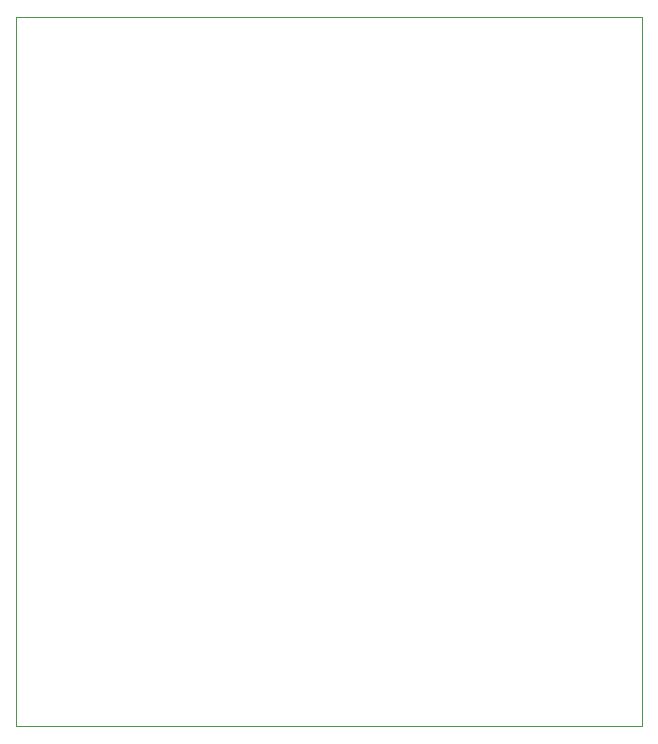
<source format=gbr>
%FSLAX34Y34*%
%MOMM*%
%LNOUTLINE*%
G71*
G01*
%ADD10C, 0.01*%
%LPD*%
G54D10*
X0Y-600075D02*
X530225Y-600075D01*
X530225Y0D01*
X0Y0D01*
X0Y-600075D01*
M02*

</source>
